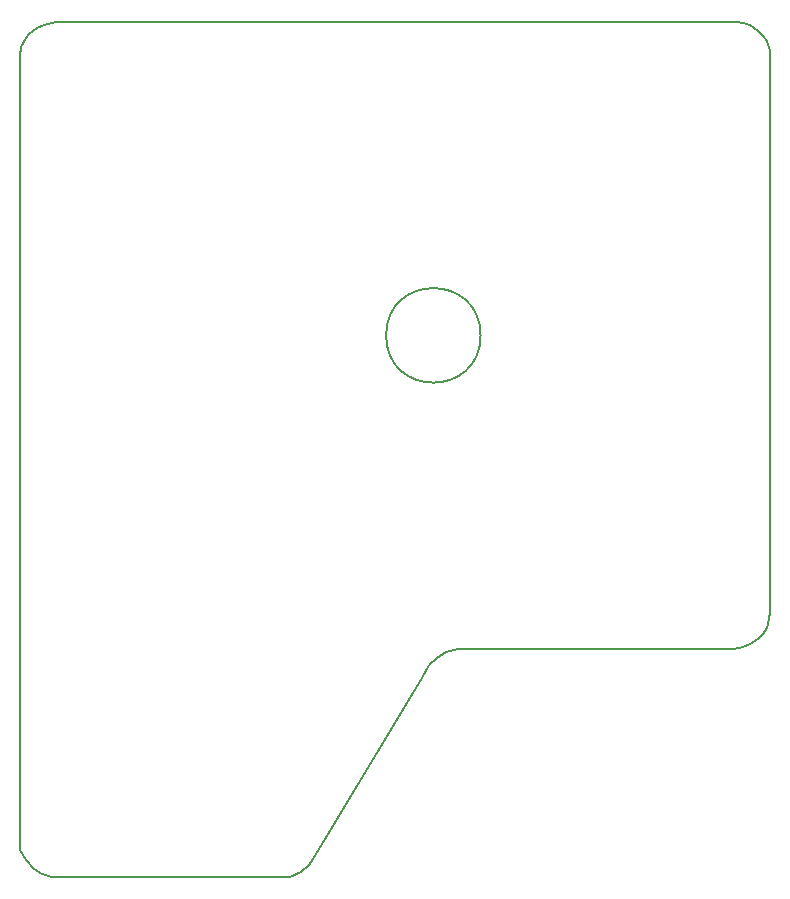
<source format=gbr>
G04 #@! TF.FileFunction,Profile,NP*
%FSLAX46Y46*%
G04 Gerber Fmt 4.6, Leading zero omitted, Abs format (unit mm)*
G04 Created by KiCad (PCBNEW 4.0.7-e2-6376~58~ubuntu16.04.1) date Tue Dec  5 16:52:33 2017*
%MOMM*%
%LPD*%
G01*
G04 APERTURE LIST*
%ADD10C,0.100000*%
%ADD11C,0.150000*%
G04 APERTURE END LIST*
D10*
D11*
X166116000Y-108966000D02*
X166751000Y-107886500D01*
X132080000Y-122745500D02*
X132143500Y-123507500D01*
X132080000Y-56324500D02*
X132080000Y-122745500D01*
X132207000Y-55562500D02*
X132080000Y-56324500D01*
X132588000Y-54800500D02*
X132207000Y-55562500D01*
X132905500Y-54419500D02*
X132588000Y-54800500D01*
X133540500Y-53911500D02*
X132905500Y-54419500D01*
X134175500Y-53657500D02*
X133540500Y-53911500D01*
X135128000Y-53467000D02*
X134175500Y-53657500D01*
X167767000Y-53467000D02*
X135128000Y-53467000D01*
X181102000Y-53467000D02*
X167767000Y-53467000D01*
X189484000Y-53467000D02*
X181102000Y-53467000D01*
X192786000Y-53467000D02*
X189484000Y-53467000D01*
X193357500Y-53530500D02*
X192786000Y-53467000D01*
X193929000Y-53721000D02*
X193357500Y-53530500D01*
X194564000Y-54165500D02*
X193929000Y-53721000D01*
X195008500Y-54610000D02*
X194564000Y-54165500D01*
X195326000Y-55054500D02*
X195008500Y-54610000D01*
X195643500Y-55880000D02*
X195326000Y-55054500D01*
X195643500Y-56388000D02*
X195643500Y-55880000D01*
X195643500Y-103378000D02*
X195643500Y-56388000D01*
X195516500Y-104013000D02*
X195643500Y-103378000D01*
X195326000Y-104711500D02*
X195516500Y-104013000D01*
X195008500Y-105283000D02*
X195326000Y-104711500D01*
X194627500Y-105664000D02*
X195008500Y-105283000D01*
X193929000Y-106108500D02*
X194627500Y-105664000D01*
X193294000Y-106362500D02*
X193929000Y-106108500D01*
X192595500Y-106489500D02*
X193294000Y-106362500D01*
X192468500Y-106489500D02*
X192595500Y-106489500D01*
X169608500Y-106489500D02*
X192468500Y-106489500D01*
X169164000Y-106489500D02*
X169608500Y-106489500D01*
X168211500Y-106807000D02*
X169164000Y-106489500D01*
X167386000Y-107251500D02*
X168211500Y-106807000D01*
X166751000Y-107886500D02*
X167386000Y-107251500D01*
X156908500Y-124269500D02*
X166116000Y-108966000D01*
X156591000Y-124777500D02*
X156908500Y-124269500D01*
X155892500Y-125412500D02*
X156591000Y-124777500D01*
X154940000Y-125793500D02*
X155892500Y-125412500D01*
X153924000Y-125793500D02*
X154940000Y-125793500D01*
X134810500Y-125793500D02*
X153924000Y-125793500D01*
X133985000Y-125539500D02*
X134810500Y-125793500D01*
X133286500Y-125158500D02*
X133985000Y-125539500D01*
X132588000Y-124396500D02*
X133286500Y-125158500D01*
X132143500Y-123507500D02*
X132588000Y-124396500D01*
X171100000Y-79960000D02*
G75*
G03X171100000Y-79960000I-4000000J0D01*
G01*
M02*

</source>
